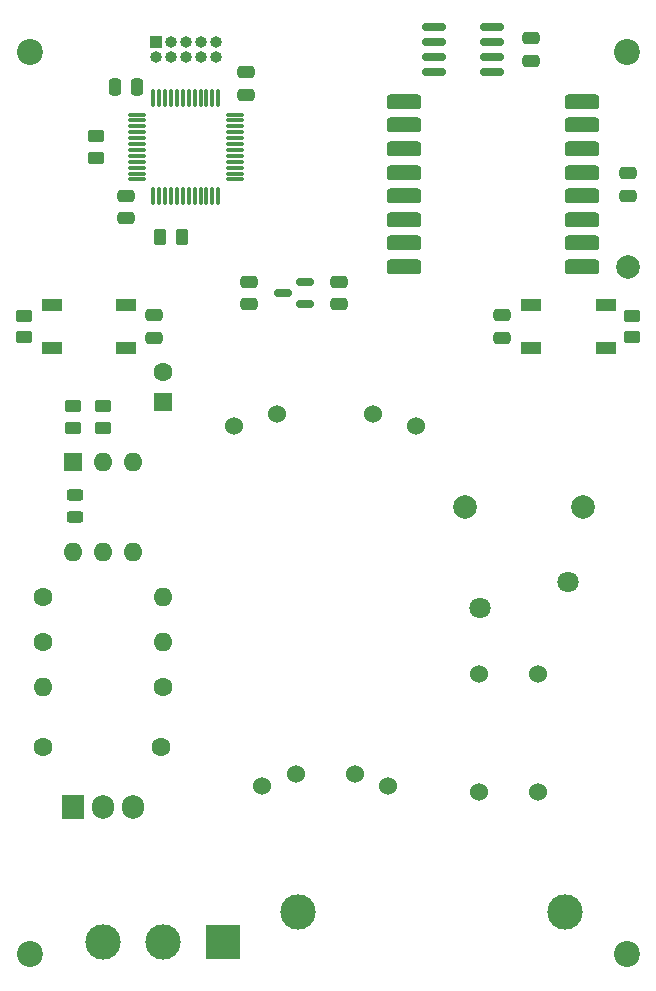
<source format=gbr>
%TF.GenerationSoftware,KiCad,Pcbnew,7.0.9*%
%TF.CreationDate,2023-12-31T17:17:44+01:00*%
%TF.ProjectId,power_switch,706f7765-725f-4737-9769-7463682e6b69,rev?*%
%TF.SameCoordinates,Original*%
%TF.FileFunction,Soldermask,Top*%
%TF.FilePolarity,Negative*%
%FSLAX46Y46*%
G04 Gerber Fmt 4.6, Leading zero omitted, Abs format (unit mm)*
G04 Created by KiCad (PCBNEW 7.0.9) date 2023-12-31 17:17:44*
%MOMM*%
%LPD*%
G01*
G04 APERTURE LIST*
G04 Aperture macros list*
%AMRoundRect*
0 Rectangle with rounded corners*
0 $1 Rounding radius*
0 $2 $3 $4 $5 $6 $7 $8 $9 X,Y pos of 4 corners*
0 Add a 4 corners polygon primitive as box body*
4,1,4,$2,$3,$4,$5,$6,$7,$8,$9,$2,$3,0*
0 Add four circle primitives for the rounded corners*
1,1,$1+$1,$2,$3*
1,1,$1+$1,$4,$5*
1,1,$1+$1,$6,$7*
1,1,$1+$1,$8,$9*
0 Add four rect primitives between the rounded corners*
20,1,$1+$1,$2,$3,$4,$5,0*
20,1,$1+$1,$4,$5,$6,$7,0*
20,1,$1+$1,$6,$7,$8,$9,0*
20,1,$1+$1,$8,$9,$2,$3,0*%
G04 Aperture macros list end*
%ADD10RoundRect,0.250000X-0.475000X0.250000X-0.475000X-0.250000X0.475000X-0.250000X0.475000X0.250000X0*%
%ADD11RoundRect,0.250000X-0.450000X0.262500X-0.450000X-0.262500X0.450000X-0.262500X0.450000X0.262500X0*%
%ADD12RoundRect,0.243750X0.456250X-0.243750X0.456250X0.243750X-0.456250X0.243750X-0.456250X-0.243750X0*%
%ADD13RoundRect,0.317500X-1.157500X-0.317500X1.157500X-0.317500X1.157500X0.317500X-1.157500X0.317500X0*%
%ADD14RoundRect,0.150000X0.587500X0.150000X-0.587500X0.150000X-0.587500X-0.150000X0.587500X-0.150000X0*%
%ADD15C,2.200000*%
%ADD16RoundRect,0.150000X-0.825000X-0.150000X0.825000X-0.150000X0.825000X0.150000X-0.825000X0.150000X0*%
%ADD17RoundRect,0.250000X0.475000X-0.250000X0.475000X0.250000X-0.475000X0.250000X-0.475000X-0.250000X0*%
%ADD18RoundRect,0.250000X0.450000X-0.262500X0.450000X0.262500X-0.450000X0.262500X-0.450000X-0.262500X0*%
%ADD19R,1.800000X1.100000*%
%ADD20RoundRect,0.250000X0.250000X0.475000X-0.250000X0.475000X-0.250000X-0.475000X0.250000X-0.475000X0*%
%ADD21RoundRect,0.075000X0.075000X-0.662500X0.075000X0.662500X-0.075000X0.662500X-0.075000X-0.662500X0*%
%ADD22RoundRect,0.075000X0.662500X-0.075000X0.662500X0.075000X-0.662500X0.075000X-0.662500X-0.075000X0*%
%ADD23RoundRect,0.250000X-0.262500X-0.450000X0.262500X-0.450000X0.262500X0.450000X-0.262500X0.450000X0*%
%ADD24R,1.905000X2.000000*%
%ADD25O,1.905000X2.000000*%
%ADD26C,1.800000*%
%ADD27C,1.600000*%
%ADD28O,1.600000X1.600000*%
%ADD29C,2.000000*%
%ADD30R,1.000000X1.000000*%
%ADD31O,1.000000X1.000000*%
%ADD32C,3.000000*%
%ADD33R,1.600000X1.600000*%
%ADD34R,3.000000X3.000000*%
%ADD35C,1.524000*%
G04 APERTURE END LIST*
D10*
%TO.C,C7*%
X153670000Y-42865000D03*
X153670000Y-44765000D03*
%TD*%
%TO.C,C8*%
X111125000Y-44770000D03*
X111125000Y-46670000D03*
%TD*%
D11*
%TO.C,R1*%
X106680000Y-62587500D03*
X106680000Y-64412500D03*
%TD*%
D12*
%TO.C,D1*%
X106850000Y-71937500D03*
X106850000Y-70062500D03*
%TD*%
D13*
%TO.C,U4*%
X134715000Y-36800000D03*
X134715000Y-38800000D03*
X134715000Y-40800000D03*
X134715000Y-42800000D03*
X134715000Y-44800000D03*
X134715000Y-46800000D03*
X134715000Y-48800000D03*
X134715000Y-50800000D03*
X149765000Y-50800000D03*
X149765000Y-48800000D03*
X149765000Y-46800000D03*
X149765000Y-44800000D03*
X149765000Y-42800000D03*
X149765000Y-40800000D03*
X149765000Y-38800000D03*
X149765000Y-36800000D03*
%TD*%
D10*
%TO.C,C11*%
X143000000Y-54900000D03*
X143000000Y-56800000D03*
%TD*%
%TO.C,C4*%
X129213750Y-52070000D03*
X129213750Y-53970000D03*
%TD*%
D14*
%TO.C,U3*%
X126341250Y-53970000D03*
X126341250Y-52070000D03*
X124466250Y-53020000D03*
%TD*%
D15*
%TO.C,H1*%
X103000000Y-32600000D03*
%TD*%
D16*
%TO.C,U5*%
X137225000Y-30480000D03*
X137225000Y-31750000D03*
X137225000Y-33020000D03*
X137225000Y-34290000D03*
X142175000Y-34290000D03*
X142175000Y-33020000D03*
X142175000Y-31750000D03*
X142175000Y-30480000D03*
%TD*%
D17*
%TO.C,C10*%
X121285000Y-36195000D03*
X121285000Y-34295000D03*
%TD*%
D18*
%TO.C,R7*%
X108585000Y-41552500D03*
X108585000Y-39727500D03*
%TD*%
%TO.C,R5*%
X109220000Y-64412500D03*
X109220000Y-62587500D03*
%TD*%
D15*
%TO.C,H4*%
X103000000Y-109000000D03*
%TD*%
%TO.C,H3*%
X153600000Y-109000000D03*
%TD*%
D19*
%TO.C,SW2*%
X151750000Y-57700000D03*
X145450000Y-57700000D03*
X151750000Y-54000000D03*
X145450000Y-54000000D03*
%TD*%
D20*
%TO.C,C9*%
X112075000Y-35560000D03*
X110175000Y-35560000D03*
%TD*%
D10*
%TO.C,C3*%
X121593750Y-52070000D03*
X121593750Y-53970000D03*
%TD*%
D15*
%TO.C,H2*%
X153600000Y-32600000D03*
%TD*%
D10*
%TO.C,C12*%
X113500000Y-54900000D03*
X113500000Y-56800000D03*
%TD*%
D21*
%TO.C,U1*%
X113455000Y-44802500D03*
X113955000Y-44802500D03*
X114455000Y-44802500D03*
X114955000Y-44802500D03*
X115455000Y-44802500D03*
X115955000Y-44802500D03*
X116455000Y-44802500D03*
X116955000Y-44802500D03*
X117455000Y-44802500D03*
X117955000Y-44802500D03*
X118455000Y-44802500D03*
X118955000Y-44802500D03*
D22*
X120367500Y-43390000D03*
X120367500Y-42890000D03*
X120367500Y-42390000D03*
X120367500Y-41890000D03*
X120367500Y-41390000D03*
X120367500Y-40890000D03*
X120367500Y-40390000D03*
X120367500Y-39890000D03*
X120367500Y-39390000D03*
X120367500Y-38890000D03*
X120367500Y-38390000D03*
X120367500Y-37890000D03*
D21*
X118955000Y-36477500D03*
X118455000Y-36477500D03*
X117955000Y-36477500D03*
X117455000Y-36477500D03*
X116955000Y-36477500D03*
X116455000Y-36477500D03*
X115955000Y-36477500D03*
X115455000Y-36477500D03*
X114955000Y-36477500D03*
X114455000Y-36477500D03*
X113955000Y-36477500D03*
X113455000Y-36477500D03*
D22*
X112042500Y-37890000D03*
X112042500Y-38390000D03*
X112042500Y-38890000D03*
X112042500Y-39390000D03*
X112042500Y-39890000D03*
X112042500Y-40390000D03*
X112042500Y-40890000D03*
X112042500Y-41390000D03*
X112042500Y-41890000D03*
X112042500Y-42390000D03*
X112042500Y-42890000D03*
X112042500Y-43390000D03*
%TD*%
D23*
%TO.C,R6*%
X115847500Y-48260000D03*
X114022500Y-48260000D03*
%TD*%
D10*
%TO.C,C6*%
X145415000Y-31435000D03*
X145415000Y-33335000D03*
%TD*%
D19*
%TO.C,SW1*%
X104850000Y-54000000D03*
X111150000Y-54000000D03*
X104850000Y-57700000D03*
X111150000Y-57700000D03*
%TD*%
D11*
%TO.C,R8*%
X154000000Y-54937500D03*
X154000000Y-56762500D03*
%TD*%
%TO.C,R9*%
X102500000Y-54937500D03*
X102500000Y-56762500D03*
%TD*%
D24*
%TO.C,Q1*%
X106680000Y-96520000D03*
D25*
X109220000Y-96520000D03*
X111760000Y-96520000D03*
%TD*%
D26*
%TO.C,RV1*%
X148590000Y-77470000D03*
X141090000Y-79670000D03*
%TD*%
D27*
%TO.C,R2*%
X114300000Y-86360000D03*
D28*
X104140000Y-86360000D03*
%TD*%
D29*
%TO.C,AE1*%
X153670000Y-50800000D03*
%TD*%
D30*
%TO.C,J2*%
X113655000Y-31760000D03*
D31*
X113655000Y-33030000D03*
X114925000Y-31760000D03*
X114925000Y-33030000D03*
X116195000Y-31760000D03*
X116195000Y-33030000D03*
X117465000Y-31760000D03*
X117465000Y-33030000D03*
X118735000Y-31760000D03*
X118735000Y-33030000D03*
%TD*%
D27*
%TO.C,R4*%
X104140000Y-82550000D03*
D28*
X114300000Y-82550000D03*
%TD*%
D27*
%TO.C,C5*%
X114140000Y-91440000D03*
X104140000Y-91440000D03*
%TD*%
D32*
%TO.C,F1*%
X125730000Y-105410000D03*
X148330000Y-105410000D03*
%TD*%
D33*
%TO.C,C2*%
X114300000Y-62230000D03*
D27*
X114300000Y-59730000D03*
%TD*%
%TO.C,R3*%
X104140000Y-78740000D03*
D28*
X114300000Y-78740000D03*
%TD*%
D34*
%TO.C,J1*%
X119380000Y-107950000D03*
D32*
X114300000Y-107950000D03*
X109220000Y-107950000D03*
%TD*%
D33*
%TO.C,U2*%
X106670000Y-67320000D03*
D28*
X109210000Y-67320000D03*
X111750000Y-67320000D03*
X111750000Y-74940000D03*
X109210000Y-74940000D03*
X106670000Y-74940000D03*
%TD*%
D29*
%TO.C,C1*%
X149860000Y-71120000D03*
X139860000Y-71120000D03*
%TD*%
D35*
%TO.C,PS1*%
X133350000Y-94750000D03*
X130500000Y-93700000D03*
X122650000Y-94750000D03*
X125500000Y-93700000D03*
X135700000Y-64300000D03*
X132050000Y-63250000D03*
X120300000Y-64300000D03*
X123950000Y-63250000D03*
%TD*%
%TO.C,FL1*%
X141050000Y-95250000D03*
X146050000Y-95250000D03*
X146050000Y-85250000D03*
X141050000Y-85250000D03*
%TD*%
M02*

</source>
